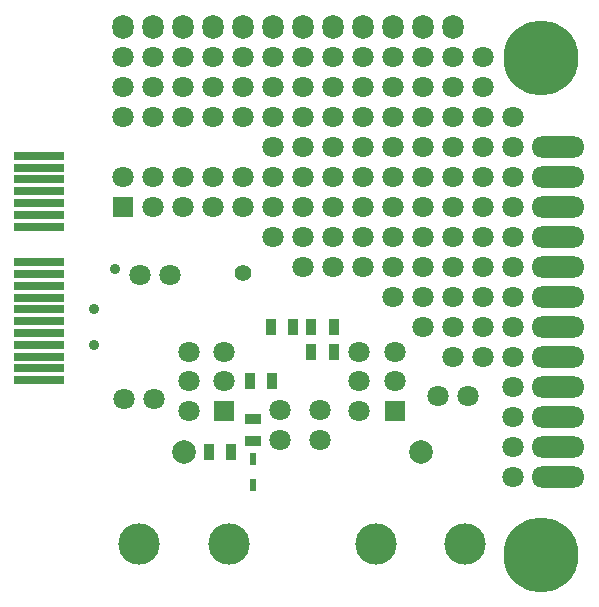
<source format=gbs>
%FSLAX46Y46*%
G04 Gerber Fmt 4.6, Leading zero omitted, Abs format (unit mm)*
G04 Created by KiCad (PCBNEW (2014-08-05 BZR 5054)-product) date Sun 07 Dec 2014 10:22:46 PM PST*
%MOMM*%
G01*
G04 APERTURE LIST*
%ADD10C,0.100000*%
%ADD11C,6.350000*%
%ADD12R,0.889000X1.397000*%
%ADD13R,1.397000X0.889000*%
%ADD14R,0.599440X1.000760*%
%ADD15C,3.500000*%
%ADD16C,2.000000*%
%ADD17C,1.800000*%
%ADD18R,1.800000X1.800000*%
%ADD19R,4.200000X0.700000*%
%ADD20O,4.500000X1.800000*%
%ADD21O,1.800000X2.100000*%
%ADD22C,1.397000*%
%ADD23C,0.889000*%
G04 APERTURE END LIST*
D10*
D11*
X46050000Y-3900000D03*
X46050000Y-46000000D03*
D12*
X28502500Y-28800000D03*
X26597500Y-28800000D03*
X21397500Y-31300000D03*
X23302500Y-31300000D03*
D13*
X21650000Y-36352500D03*
X21650000Y-34447500D03*
D12*
X17897500Y-37300000D03*
X19802500Y-37300000D03*
D14*
X21650000Y-40099820D03*
X21650000Y-37900180D03*
D12*
X23147500Y-26700000D03*
X25052500Y-26700000D03*
D15*
X32050000Y-45100000D03*
X39650000Y-45100000D03*
D16*
X35850000Y-37300000D03*
D15*
X12050000Y-45100000D03*
X19650000Y-45100000D03*
D16*
X15850000Y-37300000D03*
D12*
X28502500Y-26700000D03*
X26597500Y-26700000D03*
D17*
X27350000Y-36300000D03*
X27350000Y-33760000D03*
X23950000Y-36300000D03*
X23950000Y-33760000D03*
X30650000Y-33800000D03*
X30650000Y-31300000D03*
D18*
X33650000Y-33800000D03*
D17*
X30650000Y-28800000D03*
X33650000Y-28800000D03*
X33650000Y-31300000D03*
X16250000Y-33800000D03*
X16250000Y-31300000D03*
D18*
X19250000Y-33800000D03*
D17*
X16250000Y-28800000D03*
X19250000Y-28800000D03*
X19250000Y-31300000D03*
D19*
X3550000Y-31200000D03*
X3550000Y-30200000D03*
X3550000Y-29200000D03*
X3550000Y-28200000D03*
X3550000Y-27200000D03*
X3550000Y-26200000D03*
X3550000Y-25200000D03*
X3550000Y-24200000D03*
X3550000Y-23200000D03*
X3550000Y-22200000D03*
X3550000Y-21200000D03*
X3550000Y-18200000D03*
X3550000Y-17200000D03*
X3550000Y-16200000D03*
X3550000Y-15200000D03*
X3550000Y-14200000D03*
X3550000Y-13200000D03*
X3550000Y-12200000D03*
D18*
X10650000Y-16500000D03*
D17*
X13190000Y-16500000D03*
X15730000Y-16500000D03*
X18270000Y-16500000D03*
X20810000Y-16500000D03*
X23350000Y-16500000D03*
X10650000Y-13960000D03*
X13190000Y-13960000D03*
X15730000Y-13960000D03*
X18270000Y-13960000D03*
X20810000Y-13960000D03*
X23350000Y-13960000D03*
X12100000Y-22250000D03*
X14640000Y-22250000D03*
X39900000Y-32500000D03*
X37360000Y-32500000D03*
X13250000Y-32800000D03*
X10710000Y-32800000D03*
X10650000Y-8880000D03*
X10650000Y-6340000D03*
X10650000Y-3800000D03*
X13190000Y-8880000D03*
X13190000Y-6340000D03*
X13190000Y-3800000D03*
X15730000Y-8880000D03*
X15730000Y-6340000D03*
X15730000Y-3800000D03*
X18270000Y-3800000D03*
X18270000Y-6340000D03*
X18270000Y-8880000D03*
X20810000Y-8880000D03*
X23350000Y-8880000D03*
X25890000Y-8880000D03*
X28430000Y-8880000D03*
X30970000Y-8880000D03*
X33510000Y-8880000D03*
X36050000Y-8880000D03*
X38590000Y-8880000D03*
X41130000Y-8880000D03*
X41130000Y-6340000D03*
X41130000Y-3800000D03*
X38590000Y-3800000D03*
X36050000Y-3800000D03*
X33510000Y-3800000D03*
X30970000Y-3800000D03*
X28430000Y-3800000D03*
X25890000Y-3800000D03*
X23350000Y-3800000D03*
X20810000Y-3800000D03*
X25890000Y-11420000D03*
X23350000Y-11420000D03*
X20810000Y-6340000D03*
X23350000Y-6340000D03*
X25890000Y-6340000D03*
X28430000Y-6340000D03*
X30970000Y-6340000D03*
X33510000Y-6340000D03*
X36050000Y-6340000D03*
X38590000Y-6340000D03*
X28430000Y-11420000D03*
X30970000Y-11420000D03*
X33510000Y-11420000D03*
X36050000Y-11420000D03*
X38590000Y-11420000D03*
X41130000Y-11420000D03*
X41130000Y-13960000D03*
X38590000Y-13960000D03*
X36050000Y-13960000D03*
X33510000Y-13960000D03*
X30970000Y-13960000D03*
X28430000Y-13960000D03*
X25890000Y-13960000D03*
X25890000Y-16500000D03*
X28430000Y-16500000D03*
X30970000Y-16500000D03*
X33510000Y-16500000D03*
X36050000Y-16500000D03*
X38590000Y-16500000D03*
X41130000Y-16500000D03*
X41130000Y-19040000D03*
X38590000Y-19040000D03*
X36050000Y-19040000D03*
X33510000Y-19040000D03*
X30970000Y-19040000D03*
X28430000Y-19040000D03*
X25890000Y-19040000D03*
X23350000Y-19040000D03*
X43670000Y-8880000D03*
X43670000Y-11420000D03*
X43670000Y-13960000D03*
X43670000Y-16500000D03*
X43670000Y-19040000D03*
X25890000Y-21580000D03*
X28430000Y-21580000D03*
X30970000Y-21580000D03*
X33510000Y-21580000D03*
X36050000Y-21580000D03*
X38590000Y-21580000D03*
X41130000Y-21580000D03*
X43670000Y-21580000D03*
X33510000Y-24120000D03*
X36050000Y-24120000D03*
X38590000Y-24120000D03*
X41130000Y-24120000D03*
X43670000Y-24120000D03*
X36050000Y-26660000D03*
X38590000Y-26660000D03*
X41130000Y-26660000D03*
X43670000Y-26660000D03*
X38590000Y-29200000D03*
X41130000Y-29200000D03*
X43670000Y-29200000D03*
X43670000Y-31740000D03*
X43670000Y-34280000D03*
X43670000Y-36820000D03*
X43670000Y-39360000D03*
D20*
X47480000Y-39360000D03*
X47480000Y-36820000D03*
X47480000Y-34280000D03*
X47480000Y-31740000D03*
X47480000Y-29200000D03*
X47480000Y-26660000D03*
X47480000Y-24120000D03*
X47480000Y-21580000D03*
X47480000Y-19040000D03*
X47480000Y-16500000D03*
X47480000Y-13960000D03*
X47480000Y-11420000D03*
X47480000Y-39360000D03*
X47480000Y-36820000D03*
X47480000Y-34280000D03*
X47480000Y-31740000D03*
X47480000Y-29200000D03*
X47480000Y-26660000D03*
X47480000Y-24120000D03*
X47480000Y-21580000D03*
X47480000Y-19040000D03*
X47480000Y-16500000D03*
X47480000Y-13960000D03*
X47480000Y-11420000D03*
D21*
X10650000Y-1260000D03*
X13190000Y-1260000D03*
X15730000Y-1260000D03*
X18270000Y-1260000D03*
X20810000Y-1260000D03*
X23350000Y-1260000D03*
X25890000Y-1260000D03*
X28430000Y-1260000D03*
X30970000Y-1260000D03*
X33510000Y-1260000D03*
X36050000Y-1260000D03*
X38590000Y-1260000D03*
D22*
X20800000Y-22100000D03*
D23*
X9950000Y-21800000D03*
X8200000Y-28200000D03*
X8200000Y-25200000D03*
M02*

</source>
